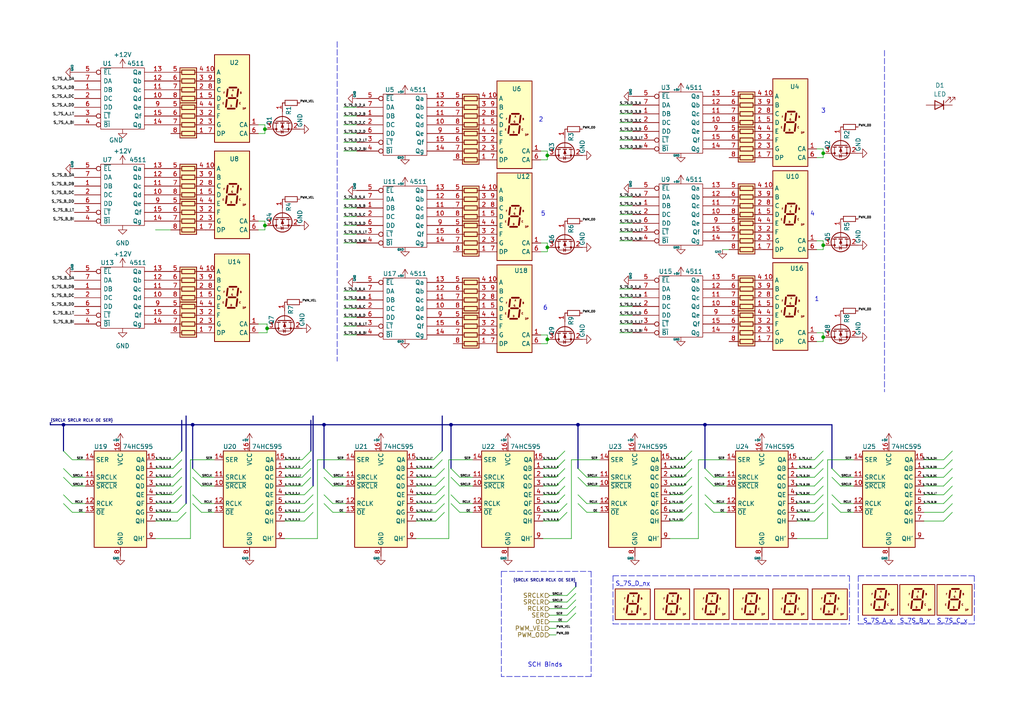
<source format=kicad_sch>
(kicad_sch (version 20210621) (generator eeschema)
  (paper "A4")
  (junction (at 76.835 37.465) (diameter 0.9144))
  (junction (at 76.835 65.405) (diameter 0.9144))
  (junction (at 77.47 95.25) (diameter 0.9144))
  (junction (at 158.75 45.085) (diameter 0.9144))
  (junction (at 158.75 71.755) (diameter 0.9144))
  (junction (at 158.75 98.425) (diameter 0.9144))
  (junction (at 238.76 44.45) (diameter 0.9144))
  (junction (at 238.76 71.12) (diameter 0.9144))
  (junction (at 238.76 97.79) (diameter 0.9144))
  (junction (at 18.415 123.19) (diameter 0.9144))
  (junction (at 55.88 123.19) (diameter 0.9144))
  (junction (at 93.98 123.19) (diameter 0.9144))
  (junction (at 130.81 123.19) (diameter 0.9144))
  (junction (at 167.64 123.19) (diameter 0.9144))
  (junction (at 204.47 123.19) (diameter 0.9144))
  (bus_entry (at 18.415 130.81) (size 2.54 2.54) (stroke (width 0.1524)))
  (bus_entry (at 18.415 135.89) (size 2.54 2.54) (stroke (width 0.1524)))
  (bus_entry (at 18.415 138.43) (size 2.54 2.54) (stroke (width 0.1524)))
  (bus_entry (at 18.415 143.51) (size 2.54 2.54) (stroke (width 0.1524)))
  (bus_entry (at 18.415 146.05) (size 2.54 2.54) (stroke (width 0.1524)))
  (bus_entry (at 52.705 130.81) (size -2.54 2.54) (stroke (width 0.1524)))
  (bus_entry (at 52.705 133.35) (size -2.54 2.54) (stroke (width 0.1524)))
  (bus_entry (at 52.705 135.89) (size -2.54 2.54) (stroke (width 0.1524)))
  (bus_entry (at 52.705 138.43) (size -2.54 2.54) (stroke (width 0.1524)))
  (bus_entry (at 52.705 140.97) (size -2.54 2.54) (stroke (width 0.1524)))
  (bus_entry (at 52.705 143.51) (size -2.54 2.54) (stroke (width 0.1524)))
  (bus_entry (at 53.975 146.05) (size -2.54 2.54) (stroke (width 0.1524)))
  (bus_entry (at 53.975 148.59) (size -2.54 2.54) (stroke (width 0.1524)))
  (bus_entry (at 55.88 135.89) (size 2.54 2.54) (stroke (width 0.1524)))
  (bus_entry (at 55.88 138.43) (size 2.54 2.54) (stroke (width 0.1524)))
  (bus_entry (at 55.88 143.51) (size 2.54 2.54) (stroke (width 0.1524)))
  (bus_entry (at 55.88 146.05) (size 2.54 2.54) (stroke (width 0.1524)))
  (bus_entry (at 90.17 130.81) (size -2.54 2.54) (stroke (width 0.1524)))
  (bus_entry (at 90.17 133.35) (size -2.54 2.54) (stroke (width 0.1524)))
  (bus_entry (at 90.17 135.89) (size -2.54 2.54) (stroke (width 0.1524)))
  (bus_entry (at 90.17 138.43) (size -2.54 2.54) (stroke (width 0.1524)))
  (bus_entry (at 90.805 140.97) (size -2.54 2.54) (stroke (width 0.1524)))
  (bus_entry (at 90.805 143.51) (size -2.54 2.54) (stroke (width 0.1524)))
  (bus_entry (at 90.805 146.05) (size -2.54 2.54) (stroke (width 0.1524)))
  (bus_entry (at 90.805 148.59) (size -2.54 2.54) (stroke (width 0.1524)))
  (bus_entry (at 93.98 135.89) (size 2.54 2.54) (stroke (width 0.1524)))
  (bus_entry (at 93.98 138.43) (size 2.54 2.54) (stroke (width 0.1524)))
  (bus_entry (at 93.98 143.51) (size 2.54 2.54) (stroke (width 0.1524)))
  (bus_entry (at 93.98 146.05) (size 2.54 2.54) (stroke (width 0.1524)))
  (bus_entry (at 128.27 130.81) (size -2.54 2.54) (stroke (width 0.1524)))
  (bus_entry (at 128.27 133.35) (size -2.54 2.54) (stroke (width 0.1524)))
  (bus_entry (at 128.905 135.89) (size -2.54 2.54) (stroke (width 0.1524)))
  (bus_entry (at 128.905 138.43) (size -2.54 2.54) (stroke (width 0.1524)))
  (bus_entry (at 128.905 140.97) (size -2.54 2.54) (stroke (width 0.1524)))
  (bus_entry (at 128.905 143.51) (size -2.54 2.54) (stroke (width 0.1524)))
  (bus_entry (at 128.905 146.05) (size -2.54 2.54) (stroke (width 0.1524)))
  (bus_entry (at 128.905 148.59) (size -2.54 2.54) (stroke (width 0.1524)))
  (bus_entry (at 130.81 135.89) (size 2.54 2.54) (stroke (width 0.1524)))
  (bus_entry (at 130.81 138.43) (size 2.54 2.54) (stroke (width 0.1524)))
  (bus_entry (at 130.81 143.51) (size 2.54 2.54) (stroke (width 0.1524)))
  (bus_entry (at 130.81 146.05) (size 2.54 2.54) (stroke (width 0.1524)))
  (bus_entry (at 163.83 130.81) (size -2.54 2.54) (stroke (width 0.1524)))
  (bus_entry (at 163.83 133.35) (size -2.54 2.54) (stroke (width 0.1524)))
  (bus_entry (at 163.83 135.89) (size -2.54 2.54) (stroke (width 0.1524)))
  (bus_entry (at 163.83 138.43) (size -2.54 2.54) (stroke (width 0.1524)))
  (bus_entry (at 163.83 140.97) (size -2.54 2.54) (stroke (width 0.1524)))
  (bus_entry (at 163.83 143.51) (size -2.54 2.54) (stroke (width 0.1524)))
  (bus_entry (at 164.465 146.05) (size -2.54 2.54) (stroke (width 0.1524)))
  (bus_entry (at 164.465 148.59) (size -2.54 2.54) (stroke (width 0.1524)))
  (bus_entry (at 164.465 172.72) (size 2.54 -2.54) (stroke (width 0.1524)))
  (bus_entry (at 164.465 174.625) (size 2.54 -2.54) (stroke (width 0.1524)))
  (bus_entry (at 164.465 176.53) (size 2.54 -2.54) (stroke (width 0.1524)))
  (bus_entry (at 164.465 178.435) (size 2.54 -2.54) (stroke (width 0.1524)))
  (bus_entry (at 164.465 180.34) (size 2.54 -2.54) (stroke (width 0.1524)))
  (bus_entry (at 167.64 135.89) (size 2.54 2.54) (stroke (width 0.1524)))
  (bus_entry (at 167.64 138.43) (size 2.54 2.54) (stroke (width 0.1524)))
  (bus_entry (at 167.64 143.51) (size 2.54 2.54) (stroke (width 0.1524)))
  (bus_entry (at 167.64 146.05) (size 2.54 2.54) (stroke (width 0.1524)))
  (bus_entry (at 200.66 130.81) (size -2.54 2.54) (stroke (width 0.1524)))
  (bus_entry (at 200.66 133.35) (size -2.54 2.54) (stroke (width 0.1524)))
  (bus_entry (at 200.66 135.89) (size -2.54 2.54) (stroke (width 0.1524)))
  (bus_entry (at 200.66 138.43) (size -2.54 2.54) (stroke (width 0.1524)))
  (bus_entry (at 200.66 140.97) (size -2.54 2.54) (stroke (width 0.1524)))
  (bus_entry (at 200.66 143.51) (size -2.54 2.54) (stroke (width 0.1524)))
  (bus_entry (at 200.66 146.05) (size -2.54 2.54) (stroke (width 0.1524)))
  (bus_entry (at 200.66 148.59) (size -2.54 2.54) (stroke (width 0.1524)))
  (bus_entry (at 204.47 135.89) (size 2.54 2.54) (stroke (width 0.1524)))
  (bus_entry (at 204.47 138.43) (size 2.54 2.54) (stroke (width 0.1524)))
  (bus_entry (at 204.47 143.51) (size 2.54 2.54) (stroke (width 0.1524)))
  (bus_entry (at 204.47 146.05) (size 2.54 2.54) (stroke (width 0.1524)))
  (bus_entry (at 238.76 130.81) (size -2.54 2.54) (stroke (width 0.1524)))
  (bus_entry (at 238.76 133.35) (size -2.54 2.54) (stroke (width 0.1524)))
  (bus_entry (at 238.76 135.89) (size -2.54 2.54) (stroke (width 0.1524)))
  (bus_entry (at 238.76 138.43) (size -2.54 2.54) (stroke (width 0.1524)))
  (bus_entry (at 238.76 140.97) (size -2.54 2.54) (stroke (width 0.1524)))
  (bus_entry (at 238.76 143.51) (size -2.54 2.54) (stroke (width 0.1524)))
  (bus_entry (at 238.76 146.05) (size -2.54 2.54) (stroke (width 0.1524)))
  (bus_entry (at 238.76 148.59) (size -2.54 2.54) (stroke (width 0.1524)))
  (bus_entry (at 241.3 135.89) (size 2.54 2.54) (stroke (width 0.1524)))
  (bus_entry (at 241.3 138.43) (size 2.54 2.54) (stroke (width 0.1524)))
  (bus_entry (at 241.3 143.51) (size 2.54 2.54) (stroke (width 0.1524)))
  (bus_entry (at 241.3 146.05) (size 2.54 2.54) (stroke (width 0.1524)))
  (bus_entry (at 276.225 130.81) (size -2.54 2.54) (stroke (width 0.1524)))
  (bus_entry (at 276.225 133.35) (size -2.54 2.54) (stroke (width 0.1524)))
  (bus_entry (at 276.225 135.89) (size -2.54 2.54) (stroke (width 0.1524)))
  (bus_entry (at 276.225 138.43) (size -2.54 2.54) (stroke (width 0.1524)))
  (bus_entry (at 276.225 140.97) (size -2.54 2.54) (stroke (width 0.1524)))
  (bus_entry (at 276.225 143.51) (size -2.54 2.54) (stroke (width 0.1524)))
  (bus_entry (at 276.225 146.05) (size -2.54 2.54) (stroke (width 0.1524)))
  (bus_entry (at 276.225 148.59) (size -2.54 2.54) (stroke (width 0.1524)))
  (wire (pts (xy 20.955 133.35) (xy 24.765 133.35)))
  (wire (pts (xy 20.955 138.43) (xy 24.765 138.43)))
  (wire (pts (xy 20.955 140.97) (xy 24.765 140.97)))
  (wire (pts (xy 20.955 146.05) (xy 24.765 146.05)))
  (wire (pts (xy 20.955 148.59) (xy 24.765 148.59)))
  (wire (pts (xy 45.085 66.675) (xy 49.53 66.675)))
  (wire (pts (xy 45.085 133.35) (xy 50.165 133.35)))
  (wire (pts (xy 45.085 135.89) (xy 50.165 135.89)))
  (wire (pts (xy 45.085 138.43) (xy 50.165 138.43)))
  (wire (pts (xy 45.085 140.97) (xy 50.165 140.97)))
  (wire (pts (xy 45.085 143.51) (xy 50.165 143.51)))
  (wire (pts (xy 45.085 146.05) (xy 50.165 146.05)))
  (wire (pts (xy 45.085 148.59) (xy 51.435 148.59)))
  (wire (pts (xy 45.085 151.13) (xy 51.435 151.13)))
  (wire (pts (xy 45.085 156.21) (xy 55.245 156.21)))
  (wire (pts (xy 55.245 133.35) (xy 62.23 133.35)))
  (wire (pts (xy 55.245 156.21) (xy 55.245 133.35)))
  (wire (pts (xy 58.42 138.43) (xy 62.23 138.43)))
  (wire (pts (xy 58.42 140.97) (xy 62.23 140.97)))
  (wire (pts (xy 58.42 146.05) (xy 62.23 146.05)))
  (wire (pts (xy 58.42 148.59) (xy 62.23 148.59)))
  (wire (pts (xy 74.93 36.195) (xy 76.835 36.195)))
  (wire (pts (xy 74.93 38.735) (xy 76.835 38.735)))
  (wire (pts (xy 74.93 66.675) (xy 76.835 66.675)))
  (wire (pts (xy 74.93 93.98) (xy 77.47 93.98)))
  (wire (pts (xy 76.835 37.465) (xy 76.835 36.195)))
  (wire (pts (xy 76.835 38.735) (xy 76.835 37.465)))
  (wire (pts (xy 76.835 64.135) (xy 74.93 64.135)))
  (wire (pts (xy 76.835 65.405) (xy 76.835 64.135)))
  (wire (pts (xy 76.835 66.675) (xy 76.835 65.405)))
  (wire (pts (xy 77.47 93.98) (xy 77.47 95.25)))
  (wire (pts (xy 77.47 95.25) (xy 77.47 96.52)))
  (wire (pts (xy 77.47 96.52) (xy 74.93 96.52)))
  (wire (pts (xy 82.55 133.35) (xy 87.63 133.35)))
  (wire (pts (xy 82.55 135.89) (xy 87.63 135.89)))
  (wire (pts (xy 82.55 138.43) (xy 87.63 138.43)))
  (wire (pts (xy 82.55 140.97) (xy 87.63 140.97)))
  (wire (pts (xy 82.55 143.51) (xy 88.265 143.51)))
  (wire (pts (xy 82.55 146.05) (xy 88.265 146.05)))
  (wire (pts (xy 82.55 148.59) (xy 88.265 148.59)))
  (wire (pts (xy 82.55 151.13) (xy 88.265 151.13)))
  (wire (pts (xy 82.55 156.21) (xy 92.075 156.21)))
  (wire (pts (xy 92.075 133.35) (xy 100.33 133.35)))
  (wire (pts (xy 92.075 156.21) (xy 92.075 133.35)))
  (wire (pts (xy 96.52 138.43) (xy 100.33 138.43)))
  (wire (pts (xy 96.52 140.97) (xy 100.33 140.97)))
  (wire (pts (xy 96.52 146.05) (xy 100.33 146.05)))
  (wire (pts (xy 96.52 148.59) (xy 100.33 148.59)))
  (wire (pts (xy 99.695 31.115) (xy 103.505 31.115)))
  (wire (pts (xy 99.695 33.655) (xy 103.505 33.655)))
  (wire (pts (xy 99.695 36.195) (xy 103.505 36.195)))
  (wire (pts (xy 99.695 38.735) (xy 103.505 38.735)))
  (wire (pts (xy 99.695 41.275) (xy 103.505 41.275)))
  (wire (pts (xy 99.695 43.815) (xy 103.505 43.815)))
  (wire (pts (xy 99.695 57.785) (xy 103.505 57.785)))
  (wire (pts (xy 99.695 60.325) (xy 103.505 60.325)))
  (wire (pts (xy 99.695 62.865) (xy 103.505 62.865)))
  (wire (pts (xy 99.695 65.405) (xy 103.505 65.405)))
  (wire (pts (xy 99.695 67.945) (xy 103.505 67.945)))
  (wire (pts (xy 99.695 70.485) (xy 103.505 70.485)))
  (wire (pts (xy 99.695 84.455) (xy 103.505 84.455)))
  (wire (pts (xy 99.695 86.995) (xy 103.505 86.995)))
  (wire (pts (xy 99.695 89.535) (xy 103.505 89.535)))
  (wire (pts (xy 99.695 92.075) (xy 103.505 92.075)))
  (wire (pts (xy 99.695 94.615) (xy 103.505 94.615)))
  (wire (pts (xy 99.695 97.155) (xy 103.505 97.155)))
  (wire (pts (xy 120.65 133.35) (xy 125.73 133.35)))
  (wire (pts (xy 120.65 135.89) (xy 125.73 135.89)))
  (wire (pts (xy 120.65 138.43) (xy 126.365 138.43)))
  (wire (pts (xy 120.65 140.97) (xy 126.365 140.97)))
  (wire (pts (xy 120.65 143.51) (xy 126.365 143.51)))
  (wire (pts (xy 120.65 146.05) (xy 126.365 146.05)))
  (wire (pts (xy 120.65 148.59) (xy 126.365 148.59)))
  (wire (pts (xy 120.65 151.13) (xy 126.365 151.13)))
  (wire (pts (xy 120.65 156.21) (xy 130.175 156.21)))
  (wire (pts (xy 130.175 133.35) (xy 137.16 133.35)))
  (wire (pts (xy 130.175 156.21) (xy 130.175 133.35)))
  (wire (pts (xy 133.35 138.43) (xy 137.16 138.43)))
  (wire (pts (xy 133.35 140.97) (xy 137.16 140.97)))
  (wire (pts (xy 133.35 146.05) (xy 137.16 146.05)))
  (wire (pts (xy 133.35 148.59) (xy 137.16 148.59)))
  (wire (pts (xy 156.845 43.815) (xy 158.75 43.815)))
  (wire (pts (xy 156.845 46.355) (xy 158.75 46.355)))
  (wire (pts (xy 156.845 70.485) (xy 158.75 70.485)))
  (wire (pts (xy 156.845 73.025) (xy 158.75 73.025)))
  (wire (pts (xy 156.845 97.155) (xy 158.75 97.155)))
  (wire (pts (xy 156.845 99.695) (xy 158.75 99.695)))
  (wire (pts (xy 157.48 148.59) (xy 161.925 148.59)))
  (wire (pts (xy 157.48 151.13) (xy 161.925 151.13)))
  (wire (pts (xy 157.48 156.21) (xy 165.735 156.21)))
  (wire (pts (xy 158.75 45.085) (xy 158.75 43.815)))
  (wire (pts (xy 158.75 46.355) (xy 158.75 45.085)))
  (wire (pts (xy 158.75 71.755) (xy 158.75 70.485)))
  (wire (pts (xy 158.75 73.025) (xy 158.75 71.755)))
  (wire (pts (xy 158.75 98.425) (xy 158.75 97.155)))
  (wire (pts (xy 158.75 99.695) (xy 158.75 98.425)))
  (wire (pts (xy 159.385 172.72) (xy 164.465 172.72)))
  (wire (pts (xy 159.385 174.625) (xy 164.465 174.625)))
  (wire (pts (xy 159.385 176.53) (xy 164.465 176.53)))
  (wire (pts (xy 159.385 178.435) (xy 164.465 178.435)))
  (wire (pts (xy 159.385 180.34) (xy 164.465 180.34)))
  (wire (pts (xy 159.385 182.245) (xy 161.29 182.245)))
  (wire (pts (xy 159.385 184.15) (xy 161.29 184.15)))
  (wire (pts (xy 161.29 133.35) (xy 157.48 133.35)))
  (wire (pts (xy 161.29 135.89) (xy 157.48 135.89)))
  (wire (pts (xy 161.29 138.43) (xy 157.48 138.43)))
  (wire (pts (xy 161.29 140.97) (xy 157.48 140.97)))
  (wire (pts (xy 161.29 143.51) (xy 157.48 143.51)))
  (wire (pts (xy 161.29 146.05) (xy 157.48 146.05)))
  (wire (pts (xy 165.735 133.35) (xy 173.99 133.35)))
  (wire (pts (xy 165.735 156.21) (xy 165.735 133.35)))
  (wire (pts (xy 170.18 138.43) (xy 173.99 138.43)))
  (wire (pts (xy 170.18 140.97) (xy 173.99 140.97)))
  (wire (pts (xy 170.18 146.05) (xy 173.99 146.05)))
  (wire (pts (xy 170.18 148.59) (xy 173.99 148.59)))
  (wire (pts (xy 179.705 30.48) (xy 183.515 30.48)))
  (wire (pts (xy 179.705 33.02) (xy 183.515 33.02)))
  (wire (pts (xy 179.705 35.56) (xy 183.515 35.56)))
  (wire (pts (xy 179.705 38.1) (xy 183.515 38.1)))
  (wire (pts (xy 179.705 40.64) (xy 183.515 40.64)))
  (wire (pts (xy 179.705 43.18) (xy 183.515 43.18)))
  (wire (pts (xy 179.705 57.15) (xy 183.515 57.15)))
  (wire (pts (xy 179.705 59.69) (xy 183.515 59.69)))
  (wire (pts (xy 179.705 62.23) (xy 183.515 62.23)))
  (wire (pts (xy 179.705 64.77) (xy 183.515 64.77)))
  (wire (pts (xy 179.705 67.31) (xy 183.515 67.31)))
  (wire (pts (xy 179.705 69.85) (xy 183.515 69.85)))
  (wire (pts (xy 179.705 83.82) (xy 183.515 83.82)))
  (wire (pts (xy 179.705 86.36) (xy 183.515 86.36)))
  (wire (pts (xy 179.705 88.9) (xy 183.515 88.9)))
  (wire (pts (xy 179.705 91.44) (xy 183.515 91.44)))
  (wire (pts (xy 179.705 93.98) (xy 183.515 93.98)))
  (wire (pts (xy 179.705 96.52) (xy 183.515 96.52)))
  (wire (pts (xy 194.31 156.21) (xy 202.565 156.21)))
  (wire (pts (xy 198.12 133.35) (xy 194.31 133.35)))
  (wire (pts (xy 198.12 135.89) (xy 194.31 135.89)))
  (wire (pts (xy 198.12 138.43) (xy 194.31 138.43)))
  (wire (pts (xy 198.12 140.97) (xy 194.31 140.97)))
  (wire (pts (xy 198.12 143.51) (xy 194.31 143.51)))
  (wire (pts (xy 198.12 146.05) (xy 194.31 146.05)))
  (wire (pts (xy 198.12 148.59) (xy 194.31 148.59)))
  (wire (pts (xy 198.12 151.13) (xy 194.31 151.13)))
  (wire (pts (xy 202.565 133.35) (xy 210.82 133.35)))
  (wire (pts (xy 202.565 156.21) (xy 202.565 133.35)))
  (wire (pts (xy 207.01 138.43) (xy 210.82 138.43)))
  (wire (pts (xy 207.01 140.97) (xy 210.82 140.97)))
  (wire (pts (xy 207.01 146.05) (xy 210.82 146.05)))
  (wire (pts (xy 207.01 148.59) (xy 210.82 148.59)))
  (wire (pts (xy 209.55 72.39) (xy 211.455 72.39)))
  (wire (pts (xy 231.14 133.35) (xy 236.22 133.35)))
  (wire (pts (xy 231.14 135.89) (xy 236.22 135.89)))
  (wire (pts (xy 231.14 138.43) (xy 236.22 138.43)))
  (wire (pts (xy 231.14 140.97) (xy 236.22 140.97)))
  (wire (pts (xy 231.14 143.51) (xy 236.22 143.51)))
  (wire (pts (xy 231.14 146.05) (xy 236.22 146.05)))
  (wire (pts (xy 231.14 148.59) (xy 236.22 148.59)))
  (wire (pts (xy 231.14 151.13) (xy 236.22 151.13)))
  (wire (pts (xy 231.14 156.21) (xy 240.03 156.21)))
  (wire (pts (xy 236.855 43.18) (xy 238.76 43.18)))
  (wire (pts (xy 236.855 45.72) (xy 238.76 45.72)))
  (wire (pts (xy 236.855 69.85) (xy 238.76 69.85)))
  (wire (pts (xy 236.855 72.39) (xy 238.76 72.39)))
  (wire (pts (xy 236.855 96.52) (xy 238.76 96.52)))
  (wire (pts (xy 236.855 99.06) (xy 238.76 99.06)))
  (wire (pts (xy 238.76 44.45) (xy 238.76 43.18)))
  (wire (pts (xy 238.76 45.72) (xy 238.76 44.45)))
  (wire (pts (xy 238.76 71.12) (xy 238.76 69.85)))
  (wire (pts (xy 238.76 72.39) (xy 238.76 71.12)))
  (wire (pts (xy 238.76 97.79) (xy 238.76 96.52)))
  (wire (pts (xy 238.76 99.06) (xy 238.76 97.79)))
  (wire (pts (xy 240.03 133.35) (xy 240.03 156.21)))
  (wire (pts (xy 240.03 133.35) (xy 247.65 133.35)))
  (wire (pts (xy 243.84 138.43) (xy 247.65 138.43)))
  (wire (pts (xy 243.84 140.97) (xy 247.65 140.97)))
  (wire (pts (xy 243.84 146.05) (xy 247.65 146.05)))
  (wire (pts (xy 243.84 148.59) (xy 247.65 148.59)))
  (wire (pts (xy 267.97 133.35) (xy 273.685 133.35)))
  (wire (pts (xy 267.97 135.89) (xy 273.685 135.89)))
  (wire (pts (xy 267.97 138.43) (xy 273.685 138.43)))
  (wire (pts (xy 267.97 140.97) (xy 273.685 140.97)))
  (wire (pts (xy 267.97 143.51) (xy 273.685 143.51)))
  (wire (pts (xy 267.97 146.05) (xy 273.685 146.05)))
  (wire (pts (xy 267.97 148.59) (xy 273.685 148.59)))
  (wire (pts (xy 267.97 151.13) (xy 273.685 151.13)))
  (bus (pts (xy 14.605 122.555) (xy 14.605 123.19)))
  (bus (pts (xy 14.605 123.19) (xy 18.415 123.19)))
  (bus (pts (xy 18.415 123.19) (xy 18.415 146.05)))
  (bus (pts (xy 18.415 123.19) (xy 55.88 123.19)))
  (bus (pts (xy 52.705 121.92) (xy 52.705 143.51)))
  (bus (pts (xy 53.975 120.65) (xy 53.975 148.59)))
  (bus (pts (xy 55.88 123.19) (xy 55.88 146.05)))
  (bus (pts (xy 55.88 123.19) (xy 93.98 123.19)))
  (bus (pts (xy 90.17 121.92) (xy 90.17 138.43)))
  (bus (pts (xy 90.805 120.65) (xy 90.805 148.59)))
  (bus (pts (xy 93.98 123.19) (xy 93.98 146.05)))
  (bus (pts (xy 93.98 123.19) (xy 130.81 123.19)))
  (bus (pts (xy 128.27 120.65) (xy 128.27 133.35)))
  (bus (pts (xy 130.81 123.19) (xy 130.81 146.05)))
  (bus (pts (xy 130.81 123.19) (xy 167.64 123.19)))
  (bus (pts (xy 167.005 168.91) (xy 167.005 177.8)))
  (bus (pts (xy 167.64 123.19) (xy 167.64 146.05)))
  (bus (pts (xy 167.64 123.19) (xy 204.47 123.19)))
  (bus (pts (xy 204.47 123.19) (xy 204.47 146.05)))
  (bus (pts (xy 204.47 123.19) (xy 241.3 123.19)))
  (bus (pts (xy 241.3 123.19) (xy 241.3 146.05)))
  (polyline (pts (xy 97.79 12.065) (xy 97.79 104.775)) (stroke (width 0) (type dash)))
  (polyline (pts (xy 145.415 165.735) (xy 145.415 196.215)) (stroke (width 0) (type dash)))
  (polyline (pts (xy 145.415 165.735) (xy 171.45 165.735)) (stroke (width 0) (type dash)))
  (polyline (pts (xy 171.45 165.735) (xy 171.45 196.215)) (stroke (width 0) (type dash)))
  (polyline (pts (xy 171.45 196.215) (xy 145.415 196.215)) (stroke (width 0) (type dash)))
  (polyline (pts (xy 177.8 167.005) (xy 177.8 180.975)) (stroke (width 0) (type dash)))
  (polyline (pts (xy 177.8 167.005) (xy 196.85 167.005)) (stroke (width 0) (type dash)))
  (polyline (pts (xy 177.8 180.975) (xy 220.98 180.975)) (stroke (width 0) (type dash)))
  (polyline (pts (xy 196.85 167.005) (xy 234.315 167.005)) (stroke (width 0) (type dash)))
  (polyline (pts (xy 220.98 180.975) (xy 246.38 180.975)) (stroke (width 0) (type dash)))
  (polyline (pts (xy 234.315 167.005) (xy 246.38 167.005)) (stroke (width 0) (type dash)))
  (polyline (pts (xy 246.38 167.005) (xy 246.38 180.975)) (stroke (width 0) (type dash)))
  (polyline (pts (xy 248.92 167.005) (xy 248.92 180.975)) (stroke (width 0) (type dash)))
  (polyline (pts (xy 248.92 167.005) (xy 282.575 167.005)) (stroke (width 0) (type dash)))
  (polyline (pts (xy 256.54 14.605) (xy 256.54 113.665)) (stroke (width 0) (type dash)))
  (polyline (pts (xy 282.575 167.005) (xy 282.575 180.975)) (stroke (width 0) (type dash)))
  (polyline (pts (xy 282.575 180.975) (xy 248.92 180.975)) (stroke (width 0) (type dash)))
  (text "2" (at 156.21 35.56 0) (effects (font (size 1.27 1.27)) (justify left bottom)))
  (text "5" (at 156.845 62.865 0) (effects (font (size 1.27 1.27)) (justify left bottom)))
  (text "6" (at 157.48 90.17 0) (effects (font (size 1.27 1.27)) (justify left bottom)))
  (text "SCH Binds" (at 163.195 193.675 180) (effects (font (size 1.27 1.27)) (justify right bottom)))
  (text "S_7S_D_n_{X}" (at 188.595 170.18 180) (effects (font (size 1.27 1.27)) (justify right bottom)))
  (text "4" (at 234.95 62.865 0) (effects (font (size 1.27 1.27)) (justify left bottom)))
  (text "1" (at 236.22 87.63 0) (effects (font (size 1.27 1.27)) (justify left bottom)))
  (text "3" (at 238.125 33.02 0) (effects (font (size 1.27 1.27)) (justify left bottom)))
  (text "S_7S_A__{X}" (at 259.08 180.975 180) (effects (font (size 1.27 1.27)) (justify right bottom)))
  (text "S_7S_B__{X}" (at 269.875 180.975 180) (effects (font (size 1.27 1.27)) (justify right bottom)))
  (text "S_7S_C__{X}" (at 280.67 180.975 180) (effects (font (size 1.27 1.27)) (justify right bottom)))
  (label "{SRCLK SRCLR RCLK OE SER}" (at 14.605 122.555 0) (effects (font (size 0.8 0.8))))
  (label "S_7S_A_DA" (at 21.59 23.495 180) (effects (font (size 0.8 0.8))))
  (label "S_7S_A_DB" (at 21.59 26.035 180) (effects (font (size 0.8 0.8))))
  (label "S_7S_A_DC" (at 21.59 28.575 180) (effects (font (size 0.8 0.8))))
  (label "S_7S_A_DD" (at 21.59 31.115 180) (effects (font (size 0.8 0.8))))
  (label "S_7S_A_LT" (at 21.59 33.655 180) (effects (font (size 0.8 0.8))))
  (label "S_7S_A_BI" (at 21.59 36.195 180) (effects (font (size 0.8 0.8))))
  (label "S_7S_B_DA" (at 21.59 51.435 180) (effects (font (size 0.8 0.8))))
  (label "S_7S_B_DB" (at 21.59 53.975 180) (effects (font (size 0.8 0.8))))
  (label "S_7S_B_DC" (at 21.59 56.515 180) (effects (font (size 0.8 0.8))))
  (label "S_7S_B_DD" (at 21.59 59.055 180) (effects (font (size 0.8 0.8))))
  (label "S_7S_B_LT" (at 21.59 61.595 180) (effects (font (size 0.8 0.8))))
  (label "S_7S_B_BI" (at 21.59 64.135 180) (effects (font (size 0.8 0.8))))
  (label "S_7S_B_DA" (at 21.59 81.28 180) (effects (font (size 0.8 0.8))))
  (label "S_7S_B_DB" (at 21.59 83.82 180) (effects (font (size 0.8 0.8))))
  (label "S_7S_B_DC" (at 21.59 86.36 180) (effects (font (size 0.8 0.8))))
  (label "S_7S_B_DD" (at 21.59 88.9 180) (effects (font (size 0.8 0.8))))
  (label "S_7S_B_LT" (at 21.59 91.44 180) (effects (font (size 0.8 0.8))))
  (label "S_7S_B_BI" (at 21.59 93.98 180) (effects (font (size 0.8 0.8))))
  (label "SER" (at 24.13 133.35 180) (effects (font (size 0.6 0.6))))
  (label "SRCLK" (at 24.13 138.43 180) (effects (font (size 0.6 0.6))))
  (label "SRCLR" (at 24.13 140.97 180) (effects (font (size 0.6 0.6))))
  (label "RCLK" (at 24.13 146.05 180) (effects (font (size 0.6 0.6))))
  (label "OE" (at 24.13 148.59 180) (effects (font (size 0.6 0.6))))
  (label "S_7S_D_1_A" (at 45.085 133.35 0) (effects (font (size 0.5 0.5))))
  (label "S_7S_D_1_B" (at 45.085 135.89 0) (effects (font (size 0.5 0.5))))
  (label "S_7S_D_1_C" (at 45.085 138.43 0) (effects (font (size 0.5 0.5))))
  (label "S_7S_D_1_D" (at 45.085 140.97 0) (effects (font (size 0.5 0.5))))
  (label "S_7S_D_1_LT" (at 45.085 143.51 0) (effects (font (size 0.5 0.5))))
  (label "S_7S_D_1_BI" (at 45.085 146.05 0) (effects (font (size 0.5 0.5))))
  (label "S_7S_D_2_A" (at 45.085 148.59 0) (effects (font (size 0.5 0.5))))
  (label "S_7S_D_2_B" (at 45.085 151.13 0) (effects (font (size 0.5 0.5))))
  (label "SER" (at 61.595 133.35 180) (effects (font (size 0.6 0.6))))
  (label "SRCLK" (at 61.595 138.43 180) (effects (font (size 0.6 0.6))))
  (label "SRCLR" (at 61.595 140.97 180) (effects (font (size 0.6 0.6))))
  (label "RCLK" (at 61.595 146.05 180) (effects (font (size 0.6 0.6))))
  (label "OE" (at 61.595 148.59 180) (effects (font (size 0.6 0.6))))
  (label "S_7S_D_2_C" (at 82.55 133.35 0) (effects (font (size 0.5 0.5))))
  (label "S_7S_D_2_D" (at 82.55 135.89 0) (effects (font (size 0.5 0.5))))
  (label "S_7S_D_2_LT" (at 82.55 138.43 0) (effects (font (size 0.5 0.5))))
  (label "S_7S_D_2_BI" (at 82.55 140.97 0) (effects (font (size 0.5 0.5))))
  (label "S_7S_D_3_A" (at 82.55 143.51 0) (effects (font (size 0.5 0.5))))
  (label "S_7S_D_3_B" (at 82.55 146.05 0) (effects (font (size 0.5 0.5))))
  (label "S_7S_D_3_C" (at 82.55 148.59 0) (effects (font (size 0.5 0.5))))
  (label "S_7S_D_3_D" (at 82.55 151.13 0) (effects (font (size 0.5 0.5))))
  (label "PWM_VEL" (at 86.995 29.845 0) (effects (font (size 0.6 0.6))))
  (label "PWM_VEL" (at 86.995 57.785 0) (effects (font (size 0.6 0.6))))
  (label "PWM_VEL" (at 87.63 87.63 0) (effects (font (size 0.6 0.6))))
  (label "S_7S_D_2_A" (at 99.695 31.115 0) (effects (font (size 0.7 0.7))))
  (label "S_7S_D_2_B" (at 99.695 33.655 0) (effects (font (size 0.7 0.7))))
  (label "S_7S_D_2_C" (at 99.695 36.195 0) (effects (font (size 0.7 0.7))))
  (label "S_7S_D_2_D" (at 99.695 38.735 0) (effects (font (size 0.7 0.7))))
  (label "S_7S_D_2_LT" (at 99.695 41.275 0) (effects (font (size 0.7 0.7))))
  (label "S_7S_D_2_BI" (at 99.695 43.815 0) (effects (font (size 0.7 0.7))))
  (label "S_7S_D_5_A" (at 99.695 57.785 0) (effects (font (size 0.7 0.7))))
  (label "S_7S_D_5_B" (at 99.695 60.325 0) (effects (font (size 0.7 0.7))))
  (label "S_7S_D_5_C" (at 99.695 62.865 0) (effects (font (size 0.7 0.7))))
  (label "S_7S_D_5_D" (at 99.695 65.405 0) (effects (font (size 0.7 0.7))))
  (label "S_7S_D_5_LT" (at 99.695 67.945 0) (effects (font (size 0.7 0.7))))
  (label "S_7S_D_5_BI" (at 99.695 70.485 0) (effects (font (size 0.7 0.7))))
  (label "S_7S_D_6_A" (at 99.695 84.455 0) (effects (font (size 0.7 0.7))))
  (label "S_7S_D_6_B" (at 99.695 86.995 0) (effects (font (size 0.7 0.7))))
  (label "S_7S_D_6_C" (at 99.695 89.535 0) (effects (font (size 0.7 0.7))))
  (label "S_7S_D_6_D" (at 99.695 92.075 0) (effects (font (size 0.7 0.7))))
  (label "S_7S_D_6_LT" (at 99.695 94.615 0) (effects (font (size 0.7 0.7))))
  (label "S_7S_D_6_BI" (at 99.695 97.155 0) (effects (font (size 0.7 0.7))))
  (label "SER" (at 99.695 133.35 180) (effects (font (size 0.6 0.6))))
  (label "SRCLK" (at 99.695 138.43 180) (effects (font (size 0.6 0.6))))
  (label "SRCLR" (at 99.695 140.97 180) (effects (font (size 0.6 0.6))))
  (label "RCLK" (at 99.695 146.05 180) (effects (font (size 0.6 0.6))))
  (label "OE" (at 99.695 148.59 180) (effects (font (size 0.6 0.6))))
  (label "S_7S_D_3_LT" (at 120.65 133.35 0) (effects (font (size 0.5 0.5))))
  (label "S_7S_D_3_BI" (at 120.65 135.89 0) (effects (font (size 0.5 0.5))))
  (label "S_7S_D_4_A" (at 120.65 138.43 0) (effects (font (size 0.5 0.5))))
  (label "S_7S_D_4_B" (at 120.65 140.97 0) (effects (font (size 0.5 0.5))))
  (label "S_7S_D_4_C" (at 120.65 143.51 0) (effects (font (size 0.5 0.5))))
  (label "S_7S_D_4_D" (at 120.65 146.05 0) (effects (font (size 0.5 0.5))))
  (label "S_7S_D_4_LT" (at 120.65 148.59 0) (effects (font (size 0.5 0.5))))
  (label "S_7S_D_4_BI" (at 120.65 151.13 0) (effects (font (size 0.5 0.5))))
  (label "SER" (at 136.525 133.35 180) (effects (font (size 0.6 0.6))))
  (label "SRCLK" (at 136.525 138.43 180) (effects (font (size 0.6 0.6))))
  (label "SRCLR" (at 136.525 140.97 180) (effects (font (size 0.6 0.6))))
  (label "RCLK" (at 136.525 146.05 180) (effects (font (size 0.6 0.6))))
  (label "OE" (at 136.525 148.59 180) (effects (font (size 0.6 0.6))))
  (label "S_7S_D_5_A" (at 157.48 133.35 0) (effects (font (size 0.5 0.5))))
  (label "S_7S_D_5_B" (at 157.48 135.89 0) (effects (font (size 0.5 0.5))))
  (label "S_7S_D_5_C" (at 157.48 138.43 0) (effects (font (size 0.5 0.5))))
  (label "S_7S_D_5_D" (at 157.48 140.97 0) (effects (font (size 0.5 0.5))))
  (label "S_7S_D_5_LT" (at 157.48 143.51 0) (effects (font (size 0.5 0.5))))
  (label "S_7S_D_5_BI" (at 157.48 146.05 0) (effects (font (size 0.5 0.5))))
  (label "S_7S_D_6_A" (at 157.48 148.59 0) (effects (font (size 0.5 0.5))))
  (label "S_7S_D_6_B" (at 157.48 151.13 0) (effects (font (size 0.5 0.5))))
  (label "PWM_VEL" (at 161.29 182.245 0) (effects (font (size 0.6 0.6))))
  (label "PWM_OD" (at 161.29 184.15 0) (effects (font (size 0.6 0.6))))
  (label "SRCLK" (at 163.195 172.72 180) (effects (font (size 0.6 0.6))))
  (label "SRCLR" (at 163.195 174.625 180) (effects (font (size 0.6 0.6))))
  (label "RCLK" (at 163.195 176.53 180) (effects (font (size 0.6 0.6))))
  (label "SER" (at 163.195 178.435 180) (effects (font (size 0.6 0.6))))
  (label "OE" (at 163.195 180.34 180) (effects (font (size 0.6 0.6))))
  (label "{SRCLK SRCLR RCLK OE SER}" (at 167.005 168.91 180) (effects (font (size 0.8 0.8))))
  (label "PWM_OD" (at 168.91 37.465 0) (effects (font (size 0.6 0.6))))
  (label "PWM_OD" (at 168.91 64.135 0) (effects (font (size 0.6 0.6))))
  (label "PWM_OD" (at 168.91 90.805 0) (effects (font (size 0.6 0.6))))
  (label "SER" (at 173.355 133.35 180) (effects (font (size 0.6 0.6))))
  (label "SRCLK" (at 173.355 138.43 180) (effects (font (size 0.6 0.6))))
  (label "SRCLR" (at 173.355 140.97 180) (effects (font (size 0.6 0.6))))
  (label "RCLK" (at 173.355 146.05 180) (effects (font (size 0.6 0.6))))
  (label "OE" (at 173.355 148.59 180) (effects (font (size 0.6 0.6))))
  (label "S_7S_D_3_A" (at 179.705 30.48 0) (effects (font (size 0.7 0.7))))
  (label "S_7S_D_3_B" (at 179.705 33.02 0) (effects (font (size 0.7 0.7))))
  (label "S_7S_D_3_C" (at 179.705 35.56 0) (effects (font (size 0.7 0.7))))
  (label "S_7S_D_3_D" (at 179.705 38.1 0) (effects (font (size 0.7 0.7))))
  (label "S_7S_D_3_LT" (at 179.705 40.64 0) (effects (font (size 0.7 0.7))))
  (label "S_7S_D_3_BI" (at 179.705 43.18 0) (effects (font (size 0.7 0.7))))
  (label "S_7S_D_4_A" (at 179.705 57.15 0) (effects (font (size 0.7 0.7))))
  (label "S_7S_D_4_B" (at 179.705 59.69 0) (effects (font (size 0.7 0.7))))
  (label "S_7S_D_4_C" (at 179.705 62.23 0) (effects (font (size 0.7 0.7))))
  (label "S_7S_D_4_D" (at 179.705 64.77 0) (effects (font (size 0.7 0.7))))
  (label "S_7S_D_4_LT" (at 179.705 67.31 0) (effects (font (size 0.7 0.7))))
  (label "S_7S_D_4_BI" (at 179.705 69.85 0) (effects (font (size 0.7 0.7))))
  (label "S_7S_D_1_A" (at 179.705 83.82 0) (effects (font (size 0.7 0.7))))
  (label "S_7S_D_1_B" (at 179.705 86.36 0) (effects (font (size 0.7 0.7))))
  (label "S_7S_D_1_C" (at 179.705 88.9 0) (effects (font (size 0.7 0.7))))
  (label "S_7S_D_1_D" (at 179.705 91.44 0) (effects (font (size 0.7 0.7))))
  (label "S_7S_D_1_LT" (at 179.705 93.98 0) (effects (font (size 0.7 0.7))))
  (label "S_7S_D_1_BI" (at 179.705 96.52 0) (effects (font (size 0.7 0.7))))
  (label "S_7S_D_6_C" (at 194.31 133.35 0) (effects (font (size 0.5 0.5))))
  (label "S_7S_D_6_D" (at 194.31 135.89 0) (effects (font (size 0.5 0.5))))
  (label "S_7S_D_6_LT" (at 194.31 138.43 0) (effects (font (size 0.5 0.5))))
  (label "S_7S_D_6_BI" (at 194.31 140.97 0) (effects (font (size 0.5 0.5))))
  (label "S_7S_A_DA" (at 198.12 143.51 180) (effects (font (size 0.5 0.5))))
  (label "S_7S_A_DB" (at 198.12 146.05 180) (effects (font (size 0.5 0.5))))
  (label "S_7S_A_DC" (at 198.12 148.59 180) (effects (font (size 0.5 0.5))))
  (label "S_7S_A_DD" (at 198.12 151.13 180) (effects (font (size 0.5 0.5))))
  (label "SER" (at 210.185 133.35 180) (effects (font (size 0.6 0.6))))
  (label "SRCLK" (at 210.185 138.43 180) (effects (font (size 0.6 0.6))))
  (label "SRCLR" (at 210.185 140.97 180) (effects (font (size 0.6 0.6))))
  (label "RCLK" (at 210.185 146.05 180) (effects (font (size 0.6 0.6))))
  (label "OE" (at 210.185 148.59 180) (effects (font (size 0.6 0.6))))
  (label "S_7S_B_DA" (at 234.95 138.43 180) (effects (font (size 0.5 0.5))))
  (label "S_7S_B_DB" (at 234.95 140.97 180) (effects (font (size 0.5 0.5))))
  (label "S_7S_B_DC" (at 234.95 143.51 180) (effects (font (size 0.5 0.5))))
  (label "S_7S_B_DD" (at 234.95 146.05 180) (effects (font (size 0.5 0.5))))
  (label "S_7S_B_LT" (at 234.95 148.59 180) (effects (font (size 0.5 0.5))))
  (label "S_7S_B_BI" (at 234.95 151.13 180) (effects (font (size 0.5 0.5))))
  (label "S_7S_A_LT" (at 235.585 133.35 180) (effects (font (size 0.5 0.5))))
  (label "S_7S_A_BI" (at 235.585 135.89 180) (effects (font (size 0.5 0.5))))
  (label "SER" (at 247.015 133.35 180) (effects (font (size 0.6 0.6))))
  (label "SRCLK" (at 247.015 138.43 180) (effects (font (size 0.6 0.6))))
  (label "SRCLR" (at 247.015 140.97 180) (effects (font (size 0.6 0.6))))
  (label "RCLK" (at 247.015 146.05 180) (effects (font (size 0.6 0.6))))
  (label "OE" (at 247.015 148.59 180) (effects (font (size 0.6 0.6))))
  (label "PWM_OD" (at 248.92 36.83 0) (effects (font (size 0.6 0.6))))
  (label "PWM_OD" (at 248.92 63.5 0) (effects (font (size 0.6 0.6))))
  (label "PWM_OD" (at 248.92 90.17 0) (effects (font (size 0.6 0.6))))
  (label "S_7S_B_DA" (at 271.78 133.35 180) (effects (font (size 0.5 0.5))))
  (label "S_7S_B_DB" (at 271.78 135.89 180) (effects (font (size 0.5 0.5))))
  (label "S_7S_B_DC" (at 271.78 138.43 180) (effects (font (size 0.5 0.5))))
  (label "S_7S_B_DD" (at 271.78 140.97 180) (effects (font (size 0.5 0.5))))
  (label "S_7S_B_LT" (at 271.78 143.51 180) (effects (font (size 0.5 0.5))))
  (label "S_7S_B_BI" (at 271.78 146.05 180) (effects (font (size 0.5 0.5))))
  (hierarchical_label "SRCLK" (shape input) (at 159.385 172.72 180))
  (hierarchical_label "SRCLR" (shape input) (at 159.385 174.625 180))
  (hierarchical_label "RCLK" (shape input) (at 159.385 176.53 180))
  (hierarchical_label "SER" (shape input) (at 159.385 178.435 180))
  (hierarchical_label "OE" (shape input) (at 159.385 180.34 180))
  (hierarchical_label "PWM_VEL" (shape input) (at 159.385 182.245 180))
  (hierarchical_label "PWM_OD" (shape input) (at 159.385 184.15 180))
  (symbol (lib_id "power:+5V") (at 34.925 128.27 0) (unit 1)
    (property "Reference" "#PWR0133" (effects hide))
    (property "Value" "+5V" (at 33.655 127.635 0) (effects (font (size 0.6 0.6))))
  )
  (symbol (lib_id "power:+12V") (at 35.56 19.685 0) (unit 1)
    (property "Reference" "#PWR0135" (effects hide))
    (property "Value" "+12V" (at 35.56 15.875 0))
  )
  (symbol (lib_id "power:+12V") (at 35.56 47.625 0) (unit 1)
    (property "Reference" "#PWR0137" (effects hide))
    (property "Value" "+12V" (at 35.56 43.815 0))
  )
  (symbol (lib_id "power:+12V") (at 35.56 77.47 0) (unit 1)
    (property "Reference" "#PWR0140" (effects hide))
    (property "Value" "+12V" (at 35.56 73.66 0))
  )
  (symbol (lib_id "power:+5V") (at 72.39 128.27 0) (unit 1)
    (property "Reference" "#PWR0105" (effects hide))
    (property "Value" "+5V" (at 71.12 127.635 0) (effects (font (size 0.6 0.6))))
  )
  (symbol (lib_id "power:+5V") (at 110.49 128.27 0) (unit 1)
    (property "Reference" "#PWR0102" (effects hide))
    (property "Value" "+5V" (at 109.22 127.635 0) (effects (font (size 0.6 0.6))))
  )
  (symbol (lib_id "power:+5V") (at 117.475 27.305 0) (unit 1)
    (property "Reference" "#PWR0149" (effects hide))
    (property "Value" "+5V" (at 116.205 26.67 0) (effects (font (size 0.6 0.6))))
  )
  (symbol (lib_id "power:+5V") (at 117.475 53.975 0) (unit 1)
    (property "Reference" "#PWR0147" (effects hide))
    (property "Value" "+5V" (at 116.205 53.34 0) (effects (font (size 0.6 0.6))))
  )
  (symbol (lib_id "power:+5V") (at 117.475 80.645 0) (unit 1)
    (property "Reference" "#PWR0103" (effects hide))
    (property "Value" "+5V" (at 116.205 80.01 0) (effects (font (size 0.6 0.6))))
  )
  (symbol (lib_id "power:+5V") (at 147.32 128.27 0) (unit 1)
    (property "Reference" "#PWR0109" (effects hide))
    (property "Value" "+5V" (at 146.05 127.635 0) (effects (font (size 0.6 0.6))))
  )
  (symbol (lib_id "power:+5V") (at 184.15 128.27 0) (unit 1)
    (property "Reference" "#PWR0114" (effects hide))
    (property "Value" "+5V" (at 182.88 127.635 0) (effects (font (size 0.6 0.6))))
  )
  (symbol (lib_id "power:+5V") (at 197.485 26.67 0) (unit 1)
    (property "Reference" "#PWR0123" (effects hide))
    (property "Value" "+5V" (at 196.215 26.035 0) (effects (font (size 0.6 0.6))))
  )
  (symbol (lib_id "power:+5V") (at 197.485 53.34 0) (unit 1)
    (property "Reference" "#PWR0121" (effects hide))
    (property "Value" "+5V" (at 196.215 52.705 0) (effects (font (size 0.6 0.6))))
  )
  (symbol (lib_id "power:+5V") (at 197.485 80.01 0) (unit 1)
    (property "Reference" "#PWR0118" (effects hide))
    (property "Value" "+5V" (at 196.215 79.375 0) (effects (font (size 0.6 0.6))))
  )
  (symbol (lib_id "power:+5V") (at 220.98 128.27 0) (unit 1)
    (property "Reference" "#PWR0131" (effects hide))
    (property "Value" "+5V" (at 219.71 127.635 0) (effects (font (size 0.6 0.6))))
  )
  (symbol (lib_id "power:+5V") (at 257.81 128.27 0) (unit 1)
    (property "Reference" "#PWR0126" (effects hide))
    (property "Value" "+5V" (at 256.54 127.635 0) (effects (font (size 0.6 0.6))))
  )
  (symbol (lib_id "power:GND") (at 21.59 20.955 270) (unit 1)
    (property "Reference" "#PWR0136" (effects hide))
    (property "Value" "GND" (at 20.955 19.685 0) (effects (font (size 0.6 0.6))))
  )
  (symbol (lib_id "power:GND") (at 21.59 48.895 270) (unit 1)
    (property "Reference" "#PWR0138" (effects hide))
    (property "Value" "GND" (at 20.955 47.625 0) (effects (font (size 0.6 0.6))))
  )
  (symbol (lib_id "power:GND") (at 21.59 78.74 270) (unit 1)
    (property "Reference" "#PWR0141" (effects hide))
    (property "Value" "GND" (at 20.955 77.47 0) (effects (font (size 0.6 0.6))))
  )
  (symbol (lib_id "power:GND") (at 34.925 161.29 0) (unit 1)
    (property "Reference" "#PWR0107" (effects hide))
    (property "Value" "GND" (at 33.655 161.925 0) (effects (font (size 0.6 0.6))))
  )
  (symbol (lib_id "power:GND") (at 35.56 37.465 0) (unit 1)
    (property "Reference" "#PWR0142" (effects hide))
    (property "Value" "GND" (at 33.655 40.64 0))
  )
  (symbol (lib_id "power:GND") (at 35.56 65.405 0) (unit 1)
    (property "Reference" "#PWR0139" (effects hide))
    (property "Value" "GND" (at 35.56 70.485 0))
  )
  (symbol (lib_id "power:GND") (at 35.56 95.25 0) (unit 1)
    (property "Reference" "#PWR0134" (effects hide))
    (property "Value" "GND" (at 35.56 100.33 0))
  )
  (symbol (lib_id "power:GND") (at 72.39 161.29 0) (unit 1)
    (property "Reference" "#PWR0106" (effects hide))
    (property "Value" "GND" (at 71.12 161.925 0) (effects (font (size 0.6 0.6))))
  )
  (symbol (lib_id "power:GND") (at 86.995 37.465 90) (unit 1)
    (property "Reference" "#PWR0148" (effects hide))
    (property "Value" "GND" (at 86.995 34.925 0))
  )
  (symbol (lib_id "power:GND") (at 86.995 65.405 90) (unit 1)
    (property "Reference" "#PWR0143" (effects hide))
    (property "Value" "GND" (at 86.995 62.865 0))
  )
  (symbol (lib_id "power:GND") (at 87.63 95.25 90) (unit 1)
    (property "Reference" "#PWR0144" (effects hide))
    (property "Value" "GND" (at 87.63 92.71 0))
  )
  (symbol (lib_id "power:GND") (at 103.505 28.575 270) (unit 1)
    (property "Reference" "#PWR0150" (effects hide))
    (property "Value" "GND" (at 102.87 27.305 0) (effects (font (size 0.6 0.6))))
  )
  (symbol (lib_id "power:GND") (at 103.505 55.245 270) (unit 1)
    (property "Reference" "#PWR0145" (effects hide))
    (property "Value" "GND" (at 102.87 53.975 0) (effects (font (size 0.6 0.6))))
  )
  (symbol (lib_id "power:GND") (at 103.505 81.915 270) (unit 1)
    (property "Reference" "#PWR0104" (effects hide))
    (property "Value" "GND" (at 102.87 80.645 0) (effects (font (size 0.6 0.6))))
  )
  (symbol (lib_id "power:GND") (at 110.49 161.29 0) (unit 1)
    (property "Reference" "#PWR0108" (effects hide))
    (property "Value" "GND" (at 109.22 161.925 0) (effects (font (size 0.6 0.6))))
  )
  (symbol (lib_id "power:GND") (at 117.475 45.085 0) (unit 1)
    (property "Reference" "#PWR0151" (effects hide))
    (property "Value" "GND" (at 116.205 45.72 0) (effects (font (size 0.6 0.6))))
  )
  (symbol (lib_id "power:GND") (at 117.475 71.755 0) (unit 1)
    (property "Reference" "#PWR0146" (effects hide))
    (property "Value" "GND" (at 116.205 72.39 0) (effects (font (size 0.6 0.6))))
  )
  (symbol (lib_id "power:GND") (at 117.475 98.425 0) (unit 1)
    (property "Reference" "#PWR0101" (effects hide))
    (property "Value" "GND" (at 116.205 99.06 0) (effects (font (size 0.6 0.6))))
  )
  (symbol (lib_id "power:GND") (at 147.32 161.29 0) (unit 1)
    (property "Reference" "#PWR0110" (effects hide))
    (property "Value" "GND" (at 146.05 161.925 0) (effects (font (size 0.6 0.6))))
  )
  (symbol (lib_id "power:GND") (at 168.91 45.085 90) (unit 1)
    (property "Reference" "#PWR0112" (effects hide))
    (property "Value" "GND" (at 168.91 42.545 0))
  )
  (symbol (lib_id "power:GND") (at 168.91 71.755 90) (unit 1)
    (property "Reference" "#PWR0113" (effects hide))
    (property "Value" "GND" (at 168.91 69.215 0))
  )
  (symbol (lib_id "power:GND") (at 168.91 98.425 90) (unit 1)
    (property "Reference" "#PWR0111" (effects hide))
    (property "Value" "GND" (at 168.91 95.885 0))
  )
  (symbol (lib_id "power:GND") (at 183.515 27.94 270) (unit 1)
    (property "Reference" "#PWR0124" (effects hide))
    (property "Value" "GND" (at 182.88 26.67 0) (effects (font (size 0.6 0.6))))
  )
  (symbol (lib_id "power:GND") (at 183.515 54.61 270) (unit 1)
    (property "Reference" "#PWR0122" (effects hide))
    (property "Value" "GND" (at 182.88 53.34 0) (effects (font (size 0.6 0.6))))
  )
  (symbol (lib_id "power:GND") (at 183.515 81.28 270) (unit 1)
    (property "Reference" "#PWR0116" (effects hide))
    (property "Value" "GND" (at 182.88 80.01 0) (effects (font (size 0.6 0.6))))
  )
  (symbol (lib_id "power:GND") (at 184.15 161.29 0) (unit 1)
    (property "Reference" "#PWR0115" (effects hide))
    (property "Value" "GND" (at 182.88 161.925 0) (effects (font (size 0.6 0.6))))
  )
  (symbol (lib_id "power:GND") (at 197.485 44.45 0) (unit 1)
    (property "Reference" "#PWR0120" (effects hide))
    (property "Value" "GND" (at 196.215 45.085 0) (effects (font (size 0.6 0.6))))
  )
  (symbol (lib_id "power:GND") (at 197.485 71.12 0) (unit 1)
    (property "Reference" "#PWR0119" (effects hide))
    (property "Value" "GND" (at 196.215 71.755 0) (effects (font (size 0.6 0.6))))
  )
  (symbol (lib_id "power:GND") (at 197.485 97.79 0) (unit 1)
    (property "Reference" "#PWR0117" (effects hide))
    (property "Value" "GND" (at 196.215 98.425 0) (effects (font (size 0.6 0.6))))
  )
  (symbol (lib_id "power:GND") (at 209.55 72.39 0) (unit 1)
    (property "Reference" "#PWR0130" (effects hide))
    (property "Value" "GND" (at 208.28 73.025 0) (effects (font (size 0.6 0.6))))
  )
  (symbol (lib_id "power:GND") (at 220.98 161.29 0) (unit 1)
    (property "Reference" "#PWR0132" (effects hide))
    (property "Value" "GND" (at 219.71 161.925 0) (effects (font (size 0.6 0.6))))
  )
  (symbol (lib_id "power:GND") (at 248.92 44.45 90) (unit 1)
    (property "Reference" "#PWR0127" (effects hide))
    (property "Value" "GND" (at 248.92 41.91 0))
  )
  (symbol (lib_id "power:GND") (at 248.92 71.12 90) (unit 1)
    (property "Reference" "#PWR0128" (effects hide))
    (property "Value" "GND" (at 248.92 68.58 0))
  )
  (symbol (lib_id "power:GND") (at 248.92 97.79 90) (unit 1)
    (property "Reference" "#PWR0129" (effects hide))
    (property "Value" "GND" (at 248.92 95.25 0))
  )
  (symbol (lib_id "power:GND") (at 257.81 161.29 0) (unit 1)
    (property "Reference" "#PWR0125" (effects hide))
    (property "Value" "GND" (at 256.54 161.925 0) (effects (font (size 0.6 0.6))))
  )
  (symbol (lib_id "Device:R_Small") (at 84.455 29.845 270) (unit 1)
    (property "Reference" "R1" (at 83.7184 30.7086 0) (effects (justify left)))
    (property "Value" "1k 1/10W +-1%" (effects hide))
    (property "Footprint" "Resistor_SMD:R_0603_1608Metric" (effects hide))
    (property "LCSC" "C217840" (effects hide))
  )
  (symbol (lib_id "Device:R_Small") (at 84.455 57.785 270) (unit 1)
    (property "Reference" "R4" (at 83.7184 58.6486 0) (effects (justify left)))
    (property "Value" "1k 1/10W +-1%" (effects hide))
    (property "Footprint" "Resistor_SMD:R_0603_1608Metric" (effects hide))
    (property "LCSC" "C217840" (effects hide))
  )
  (symbol (lib_id "Device:R_Small") (at 85.09 87.63 270) (unit 1)
    (property "Reference" "R7" (at 84.3534 88.4936 0) (effects (justify left)))
    (property "Value" "1k 1/10W +-1%" (effects hide))
    (property "Footprint" "Resistor_SMD:R_0603_1608Metric" (effects hide))
    (property "LCSC" "C217840" (effects hide))
  )
  (symbol (lib_id "Device:R_Small") (at 166.37 37.465 270) (unit 1)
    (property "Reference" "R3" (at 165.6334 38.3286 0) (effects (justify left)))
    (property "Value" "1k 1/10W +-1%" (effects hide))
    (property "Footprint" "Resistor_SMD:R_0603_1608Metric" (effects hide))
    (property "LCSC" "C217840" (effects hide))
  )
  (symbol (lib_id "Device:R_Small") (at 166.37 64.135 270) (unit 1)
    (property "Reference" "R6" (at 165.6334 64.9986 0) (effects (justify left)))
    (property "Value" "1k 1/10W +-1%" (effects hide))
    (property "Footprint" "Resistor_SMD:R_0603_1608Metric" (effects hide))
    (property "LCSC" "C217840" (effects hide))
  )
  (symbol (lib_id "Device:R_Small") (at 166.37 90.805 270) (unit 1)
    (property "Reference" "R9" (at 165.6334 91.6686 0) (effects (justify left)))
    (property "Value" "1k 1/10W +-1%" (effects hide))
    (property "Footprint" "Resistor_SMD:R_0603_1608Metric" (effects hide))
    (property "LCSC" "C217840" (effects hide))
  )
  (symbol (lib_id "Device:R_Small") (at 246.38 36.83 270) (unit 1)
    (property "Reference" "R2" (at 245.6434 37.6936 0) (effects (justify left)))
    (property "Value" "1k 1/10W +-1%" (effects hide))
    (property "Footprint" "Resistor_SMD:R_0603_1608Metric" (effects hide))
    (property "LCSC" "C217840" (effects hide))
  )
  (symbol (lib_id "Device:R_Small") (at 246.38 63.5 270) (unit 1)
    (property "Reference" "R5" (at 245.6434 64.3636 0) (effects (justify left)))
    (property "Value" "1k 1/10W +-1%" (effects hide))
    (property "Footprint" "Resistor_SMD:R_0603_1608Metric" (effects hide))
    (property "LCSC" "C217840" (effects hide))
  )
  (symbol (lib_id "Device:R_Small") (at 246.38 90.17 270) (unit 1)
    (property "Reference" "R8" (at 245.6434 91.0336 0) (effects (justify left)))
    (property "Value" "1k 1/10W +-1%" (effects hide))
    (property "Footprint" "Resistor_SMD:R_0603_1608Metric" (effects hide))
    (property "LCSC" "C217840" (effects hide))
  )
  (symbol (lib_id "Device:LED") (at 272.415 30.48 180) (unit 1)
    (property "Reference" "D1" (at 272.6055 24.765 0))
    (property "Value" "LED" (at 272.6055 27.305 0))
  )
  (symbol (lib_name "Display_Character:KCSC02-123_1") (lib_id "Display_Character:KCSC02-123") (at 183.515 178.435 0) (unit 1) (in_bom no) (on_board no)
    (property "Reference" "U29" (effects hide))
    (property "Value" "KCSC02-123" (effects hide))
    (property "Footprint" "Display_7Segment:KCSC02-123" (effects hide))
    (property "Datasheet" "http://www.kingbright.com/attachments/file/psearch/000/00/00/KCSC02-123(Ver.10A).pdf" (effects hide))
  )
  (symbol (lib_id "Display_Character:KCSC02-123") (at 194.945 178.435 0) (unit 1) (in_bom no) (on_board no)
    (property "Reference" "U30" (effects hide))
    (property "Value" "KCSC02-123" (effects hide))
    (property "Footprint" "Display_7Segment:KCSC02-123" (effects hide))
    (property "Datasheet" "http://www.kingbright.com/attachments/file/psearch/000/00/00/KCSC02-123(Ver.10A).pdf" (effects hide))
  )
  (symbol (lib_id "Display_Character:KCSC02-123") (at 206.375 178.435 0) (unit 1) (in_bom no) (on_board no)
    (property "Reference" "U31" (effects hide))
    (property "Value" "KCSC02-123" (effects hide))
    (property "Footprint" "Display_7Segment:KCSC02-123" (effects hide))
    (property "Datasheet" "http://www.kingbright.com/attachments/file/psearch/000/00/00/KCSC02-123(Ver.10A).pdf" (effects hide))
  )
  (symbol (lib_name "Display_Character:KCSC02-123_1") (lib_id "Display_Character:KCSC02-123") (at 217.805 178.435 0) (unit 1) (in_bom no) (on_board no)
    (property "Reference" "U32" (effects hide))
    (property "Value" "KCSC02-123" (effects hide))
    (property "Footprint" "Display_7Segment:KCSC02-123" (effects hide))
    (property "Datasheet" "http://www.kingbright.com/attachments/file/psearch/000/00/00/KCSC02-123(Ver.10A).pdf" (effects hide))
  )
  (symbol (lib_id "Display_Character:KCSC02-123") (at 229.235 178.435 0) (unit 1) (in_bom no) (on_board no)
    (property "Reference" "U33" (effects hide))
    (property "Value" "KCSC02-123" (effects hide))
    (property "Footprint" "Display_7Segment:KCSC02-123" (effects hide))
    (property "Datasheet" "http://www.kingbright.com/attachments/file/psearch/000/00/00/KCSC02-123(Ver.10A).pdf" (effects hide))
  )
  (symbol (lib_id "Display_Character:KCSC02-123") (at 240.665 178.435 0) (unit 1) (in_bom no) (on_board no)
    (property "Reference" "U34" (effects hide))
    (property "Value" "KCSC02-123" (effects hide))
    (property "Footprint" "Display_7Segment:KCSC02-123" (effects hide))
    (property "Datasheet" "http://www.kingbright.com/attachments/file/psearch/000/00/00/KCSC02-123(Ver.10A).pdf" (effects hide))
  )
  (symbol (lib_name "Display_Character:KCSC02-123_1") (lib_id "Display_Character:KCSC02-123") (at 255.27 177.165 0) (unit 1) (in_bom no) (on_board no)
    (property "Reference" "U26" (effects hide))
    (property "Value" "KCSC02-123" (effects hide))
    (property "Footprint" "Display_7Segment:KCSC02-123" (effects hide))
    (property "Datasheet" "http://www.kingbright.com/attachments/file/psearch/000/00/00/KCSC02-123(Ver.10A).pdf" (effects hide))
  )
  (symbol (lib_id "Display_Character:KCSC02-123") (at 266.065 177.165 0) (unit 1) (in_bom no) (on_board no)
    (property "Reference" "U27" (effects hide))
    (property "Value" "KCSC02-123" (effects hide))
    (property "Footprint" "Display_7Segment:KCSC02-123" (effects hide))
    (property "Datasheet" "http://www.kingbright.com/attachments/file/psearch/000/00/00/KCSC02-123(Ver.10A).pdf" (effects hide))
  )
  (symbol (lib_id "Display_Character:KCSC02-123") (at 276.86 177.165 0) (unit 1) (in_bom no) (on_board no)
    (property "Reference" "U28" (effects hide))
    (property "Value" "KCSC02-123" (effects hide))
    (property "Footprint" "Display_7Segment:KCSC02-123" (effects hide))
    (property "Datasheet" "http://www.kingbright.com/attachments/file/psearch/000/00/00/KCSC02-123(Ver.10A).pdf" (effects hide))
  )
  (symbol (lib_id "Transistor_FET:BSS138") (at 81.915 34.925 90) (mirror x) (unit 1)
    (property "Reference" "Q1" (at 78.105 33.655 0) (effects (justify left)))
    (property "Value" "BSS138" (effects hide))
    (property "Footprint" "Package_TO_SOT_SMD:SOT-23" (effects hide))
    (property "Datasheet" "https://www.onsemi.com/pub/Collateral/BSS138-D.PDF" (effects hide))
  )
  (symbol (lib_id "Transistor_FET:BSS138") (at 81.915 62.865 90) (mirror x) (unit 1)
    (property "Reference" "Q4" (at 78.105 61.595 0) (effects (justify left)))
    (property "Value" "BSS138" (effects hide))
    (property "Footprint" "Package_TO_SOT_SMD:SOT-23" (effects hide))
    (property "Datasheet" "https://www.onsemi.com/pub/Collateral/BSS138-D.PDF" (effects hide))
  )
  (symbol (lib_id "Transistor_FET:BSS138") (at 82.55 92.71 90) (mirror x) (unit 1)
    (property "Reference" "Q7" (at 78.74 91.44 0) (effects (justify left)))
    (property "Value" "BSS138" (effects hide))
    (property "Footprint" "Package_TO_SOT_SMD:SOT-23" (effects hide))
    (property "Datasheet" "https://www.onsemi.com/pub/Collateral/BSS138-D.PDF" (effects hide))
  )
  (symbol (lib_id "Transistor_FET:BSS138") (at 163.83 42.545 90) (mirror x) (unit 1)
    (property "Reference" "Q3" (at 160.02 41.275 0) (effects (justify left)))
    (property "Value" "BSS138" (effects hide))
    (property "Footprint" "Package_TO_SOT_SMD:SOT-23" (effects hide))
    (property "Datasheet" "https://www.onsemi.com/pub/Collateral/BSS138-D.PDF" (effects hide))
  )
  (symbol (lib_id "Transistor_FET:BSS138") (at 163.83 69.215 90) (mirror x) (unit 1)
    (property "Reference" "Q6" (at 160.02 67.945 0) (effects (justify left)))
    (property "Value" "BSS138" (effects hide))
    (property "Footprint" "Package_TO_SOT_SMD:SOT-23" (effects hide))
    (property "Datasheet" "https://www.onsemi.com/pub/Collateral/BSS138-D.PDF" (effects hide))
  )
  (symbol (lib_id "Transistor_FET:BSS138") (at 163.83 95.885 90) (mirror x) (unit 1)
    (property "Reference" "Q9" (at 160.02 94.615 0) (effects (justify left)))
    (property "Value" "BSS138" (effects hide))
    (property "Footprint" "Package_TO_SOT_SMD:SOT-23" (effects hide))
    (property "Datasheet" "https://www.onsemi.com/pub/Collateral/BSS138-D.PDF" (effects hide))
  )
  (symbol (lib_id "Transistor_FET:BSS138") (at 243.84 41.91 90) (mirror x) (unit 1)
    (property "Reference" "Q2" (at 240.03 40.64 0) (effects (justify left)))
    (property "Value" "BSS138" (effects hide))
    (property "Footprint" "Package_TO_SOT_SMD:SOT-23" (effects hide))
    (property "Datasheet" "https://www.onsemi.com/pub/Collateral/BSS138-D.PDF" (effects hide))
  )
  (symbol (lib_id "Transistor_FET:BSS138") (at 243.84 68.58 90) (mirror x) (unit 1)
    (property "Reference" "Q5" (at 240.03 67.31 0) (effects (justify left)))
    (property "Value" "BSS138" (effects hide))
    (property "Footprint" "Package_TO_SOT_SMD:SOT-23" (effects hide))
    (property "Datasheet" "https://www.onsemi.com/pub/Collateral/BSS138-D.PDF" (effects hide))
  )
  (symbol (lib_id "Transistor_FET:BSS138") (at 243.84 95.25 90) (mirror x) (unit 1)
    (property "Reference" "Q8" (at 240.03 93.98 0) (effects (justify left)))
    (property "Value" "BSS138" (effects hide))
    (property "Footprint" "Package_TO_SOT_SMD:SOT-23" (effects hide))
    (property "Datasheet" "https://www.onsemi.com/pub/Collateral/BSS138-D.PDF" (effects hide))
  )
  (symbol (lib_id "Device:R_Pack04") (at 54.61 23.495 90) (unit 1)
    (property "Reference" "RN1" (effects hide))
    (property "Value" "560Ω ±5% 63mW" (effects hide))
    (property "Footprint" "Resistor_SMD:R_Array_Convex_4x0603" (effects hide))
    (property "LCSC" "C253481" (effects hide))
  )
  (symbol (lib_id "Device:R_Pack04") (at 54.61 33.655 90) (unit 1)
    (property "Reference" "RN4" (effects hide))
    (property "Value" "560Ω ±5% 63mW" (effects hide))
    (property "Footprint" "Resistor_SMD:R_Array_Convex_4x0603" (effects hide))
    (property "LCSC" "C253481" (effects hide))
  )
  (symbol (lib_id "Device:R_Pack04") (at 54.61 51.435 90) (unit 1)
    (property "Reference" "RN7" (effects hide))
    (property "Value" "560Ω ±5% 63mW" (effects hide))
    (property "Footprint" "Resistor_SMD:R_Array_Convex_4x0603" (effects hide))
    (property "LCSC" "C253481" (effects hide))
  )
  (symbol (lib_id "Device:R_Pack04") (at 54.61 61.595 90) (unit 1)
    (property "Reference" "RN10" (effects hide))
    (property "Value" "560Ω ±5% 63mW" (effects hide))
    (property "Footprint" "Resistor_SMD:R_Array_Convex_4x0603" (effects hide))
    (property "LCSC" "C253481" (effects hide))
  )
  (symbol (lib_id "Device:R_Pack04") (at 54.61 81.28 90) (unit 1)
    (property "Reference" "RN13" (effects hide))
    (property "Value" "560Ω ±5% 63mW" (effects hide))
    (property "Footprint" "Resistor_SMD:R_Array_Convex_4x0603" (effects hide))
    (property "LCSC" "C253481" (effects hide))
  )
  (symbol (lib_id "Device:R_Pack04") (at 54.61 91.44 90) (unit 1)
    (property "Reference" "RN16" (effects hide))
    (property "Value" "560Ω ±5% 63mW" (effects hide))
    (property "Footprint" "Resistor_SMD:R_Array_Convex_4x0603" (effects hide))
    (property "LCSC" "C253481" (effects hide))
  )
  (symbol (lib_id "Device:R_Pack04") (at 136.525 31.115 90) (unit 1)
    (property "Reference" "RN3" (effects hide))
    (property "Value" "560Ω ±5% 63mW" (effects hide))
    (property "Footprint" "Resistor_SMD:R_Array_Convex_4x0603" (effects hide))
    (property "LCSC" "C253481" (effects hide))
  )
  (symbol (lib_id "Device:R_Pack04") (at 136.525 41.275 90) (unit 1)
    (property "Reference" "RN6" (effects hide))
    (property "Value" "560Ω ±5% 63mW" (effects hide))
    (property "Footprint" "Resistor_SMD:R_Array_Convex_4x0603" (effects hide))
    (property "LCSC" "C253481" (effects hide))
  )
  (symbol (lib_id "Device:R_Pack04") (at 136.525 57.785 90) (unit 1)
    (property "Reference" "RN9" (effects hide))
    (property "Value" "560Ω ±5% 63mW" (effects hide))
    (property "Footprint" "Resistor_SMD:R_Array_Convex_4x0603" (effects hide))
    (property "LCSC" "C253481" (effects hide))
  )
  (symbol (lib_id "Device:R_Pack04") (at 136.525 67.945 90) (unit 1)
    (property "Reference" "RN12" (effects hide))
    (property "Value" "560Ω ±5% 63mW" (effects hide))
    (property "Footprint" "Resistor_SMD:R_Array_Convex_4x0603" (effects hide))
    (property "LCSC" "C253481" (effects hide))
  )
  (symbol (lib_id "Device:R_Pack04") (at 136.525 84.455 90) (unit 1)
    (property "Reference" "RN15" (effects hide))
    (property "Value" "560Ω ±5% 63mW" (effects hide))
    (property "Footprint" "Resistor_SMD:R_Array_Convex_4x0603" (effects hide))
    (property "LCSC" "C253481" (effects hide))
  )
  (symbol (lib_id "Device:R_Pack04") (at 136.525 94.615 90) (unit 1)
    (property "Reference" "RN18" (effects hide))
    (property "Value" "560Ω ±5% 63mW" (effects hide))
    (property "Footprint" "Resistor_SMD:R_Array_Convex_4x0603" (effects hide))
    (property "LCSC" "C253481" (effects hide))
  )
  (symbol (lib_id "Device:R_Pack04") (at 216.535 30.48 90) (unit 1)
    (property "Reference" "RN2" (effects hide))
    (property "Value" "560Ω ±5% 63mW" (effects hide))
    (property "Footprint" "Resistor_SMD:R_Array_Convex_4x0603" (effects hide))
    (property "LCSC" "C253481" (effects hide))
  )
  (symbol (lib_id "Device:R_Pack04") (at 216.535 40.64 90) (unit 1)
    (property "Reference" "RN5" (effects hide))
    (property "Value" "560Ω ±5% 63mW" (effects hide))
    (property "Footprint" "Resistor_SMD:R_Array_Convex_4x0603" (effects hide))
    (property "LCSC" "C253481" (effects hide))
  )
  (symbol (lib_id "Device:R_Pack04") (at 216.535 57.15 90) (unit 1)
    (property "Reference" "RN8" (effects hide))
    (property "Value" "560Ω ±5% 63mW" (effects hide))
    (property "Footprint" "Resistor_SMD:R_Array_Convex_4x0603" (effects hide))
    (property "LCSC" "C253481" (effects hide))
  )
  (symbol (lib_id "Device:R_Pack04") (at 216.535 67.31 90) (unit 1)
    (property "Reference" "RN11" (effects hide))
    (property "Value" "560Ω ±5% 63mW" (effects hide))
    (property "Footprint" "Resistor_SMD:R_Array_Convex_4x0603" (effects hide))
    (property "LCSC" "C253481" (effects hide))
  )
  (symbol (lib_id "Device:R_Pack04") (at 216.535 83.82 90) (unit 1)
    (property "Reference" "RN14" (effects hide))
    (property "Value" "560Ω ±5% 63mW" (effects hide))
    (property "Footprint" "Resistor_SMD:R_Array_Convex_4x0603" (effects hide))
    (property "LCSC" "C253481" (effects hide))
  )
  (symbol (lib_id "Device:R_Pack04") (at 216.535 93.98 90) (unit 1)
    (property "Reference" "RN17" (effects hide))
    (property "Value" "560Ω ±5% 63mW" (effects hide))
    (property "Footprint" "Resistor_SMD:R_Array_Convex_4x0603" (effects hide))
    (property "LCSC" "C253481" (effects hide))
  )
  (symbol (lib_id "Display_Character:HDSP-7801") (at 67.31 28.575 0) (unit 1)
    (property "Reference" "U2" (at 67.945 18.161 0))
    (property "Value" "HDSP-7801" (effects hide))
    (property "Footprint" "DashDash:SA15-11xxx" (effects hide))
    (property "Datasheet" "https://docs.broadcom.com/docs/AV02-2553EN" (effects hide))
  )
  (symbol (lib_id "Display_Character:HDSP-7801") (at 67.31 56.515 0) (unit 1)
    (property "Reference" "U8" (at 67.945 46.101 0))
    (property "Value" "HDSP-7801" (effects hide))
    (property "Footprint" "DashDash:SA15-11xxx" (effects hide))
    (property "Datasheet" "https://docs.broadcom.com/docs/AV02-2553EN" (effects hide))
  )
  (symbol (lib_id "Display_Character:HDSP-7801") (at 67.31 86.36 0) (unit 1)
    (property "Reference" "U14" (at 67.945 75.946 0))
    (property "Value" "HDSP-7801" (effects hide))
    (property "Footprint" "DashDash:SA15-11xxx" (effects hide))
    (property "Datasheet" "https://docs.broadcom.com/docs/AV02-2553EN" (effects hide))
  )
  (symbol (lib_id "Display_Character:HDSP-7801") (at 149.225 36.195 0) (unit 1)
    (property "Reference" "U6" (at 149.86 25.781 0))
    (property "Value" "HDSP-7801" (effects hide))
    (property "Footprint" "Display_7Segment:HDSP-7801" (effects hide))
    (property "Datasheet" "https://docs.broadcom.com/docs/AV02-2553EN" (effects hide))
  )
  (symbol (lib_id "Display_Character:HDSP-7801") (at 149.225 62.865 0) (unit 1)
    (property "Reference" "U12" (at 151.765 51.181 0))
    (property "Value" "HDSP-7801" (effects hide))
    (property "Footprint" "Display_7Segment:HDSP-7801" (effects hide))
    (property "Datasheet" "https://docs.broadcom.com/docs/AV02-2553EN" (effects hide))
  )
  (symbol (lib_id "Display_Character:HDSP-7801") (at 149.225 89.535 0) (unit 1)
    (property "Reference" "U18" (at 151.13 78.486 0))
    (property "Value" "HDSP-7801" (effects hide))
    (property "Footprint" "Display_7Segment:HDSP-7801" (effects hide))
    (property "Datasheet" "https://docs.broadcom.com/docs/AV02-2553EN" (effects hide))
  )
  (symbol (lib_id "Display_Character:HDSP-7801") (at 229.235 35.56 0) (unit 1)
    (property "Reference" "U4" (at 230.505 25.146 0))
    (property "Value" "HDSP-7801" (effects hide))
    (property "Footprint" "Display_7Segment:HDSP-7801" (effects hide))
    (property "Datasheet" "https://docs.broadcom.com/docs/AV02-2553EN" (effects hide))
  )
  (symbol (lib_id "Display_Character:HDSP-7801") (at 229.235 62.23 0) (unit 1)
    (property "Reference" "U10" (at 229.87 51.181 0))
    (property "Value" "HDSP-7801" (effects hide))
    (property "Footprint" "Display_7Segment:HDSP-7801" (effects hide))
    (property "Datasheet" "https://docs.broadcom.com/docs/AV02-2553EN" (effects hide))
  )
  (symbol (lib_id "Display_Character:HDSP-7801") (at 229.235 88.9 0) (unit 1)
    (property "Reference" "U16" (at 231.14 77.851 0))
    (property "Value" "HDSP-7801" (effects hide))
    (property "Footprint" "Display_7Segment:HDSP-7801" (effects hide))
    (property "Datasheet" "https://docs.broadcom.com/docs/AV02-2553EN" (effects hide))
  )
  (symbol (lib_id "4xxx_IEEE:4511") (at 35.56 28.575 0) (unit 1)
    (property "Reference" "U1" (at 31.115 18.415 0))
    (property "Value" "4511" (at 39.37 18.415 0))
    (property "Footprint" "Package_SO:TSSOP-16_4.4x5mm_P0.65mm" (effects hide))
    (property "Datasheet" "https://datasheet.lcsc.com/lcsc/1809192239_Nexperia-74HC4511D-653_C87661.pdf" (effects hide))
    (property "LCSC" "C356693" (effects hide))
  )
  (symbol (lib_id "4xxx_IEEE:4511") (at 35.56 56.515 0) (unit 1)
    (property "Reference" "U7" (at 31.115 46.355 0))
    (property "Value" "4511" (at 40.005 46.355 0))
    (property "Footprint" "Package_SO:TSSOP-16_4.4x5mm_P0.65mm" (effects hide))
    (property "Datasheet" "https://datasheet.lcsc.com/lcsc/1809192239_Nexperia-74HC4511D-653_C87661.pdf" (effects hide))
    (property "LCSC" "C356693" (effects hide))
  )
  (symbol (lib_id "4xxx_IEEE:4511") (at 35.56 86.36 0) (unit 1)
    (property "Reference" "U13" (at 31.115 76.2 0))
    (property "Value" "4511" (at 40.005 76.2 0))
    (property "Footprint" "Package_SO:TSSOP-16_4.4x5mm_P0.65mm" (effects hide))
    (property "Datasheet" "https://datasheet.lcsc.com/lcsc/1809192239_Nexperia-74HC4511D-653_C87661.pdf" (effects hide))
    (property "LCSC" "C356693" (effects hide))
  )
  (symbol (lib_id "4xxx_IEEE:4511") (at 117.475 36.195 0) (unit 1)
    (property "Reference" "U5" (at 113.03 26.035 0))
    (property "Value" "4511" (at 121.285 26.035 0))
    (property "Footprint" "Package_SO:TSSOP-16_4.4x5mm_P0.65mm" (effects hide))
    (property "Datasheet" "https://datasheet.lcsc.com/lcsc/1809192239_Nexperia-74HC4511D-653_C87661.pdf" (effects hide))
    (property "LCSC" "C356693" (effects hide))
  )
  (symbol (lib_id "4xxx_IEEE:4511") (at 117.475 62.865 0) (unit 1)
    (property "Reference" "U11" (at 113.03 52.705 0))
    (property "Value" "4511" (at 121.285 52.705 0))
    (property "Footprint" "Package_SO:TSSOP-16_4.4x5mm_P0.65mm" (effects hide))
    (property "Datasheet" "https://datasheet.lcsc.com/lcsc/1809192239_Nexperia-74HC4511D-653_C87661.pdf" (effects hide))
    (property "LCSC" "C356693" (effects hide))
  )
  (symbol (lib_id "4xxx_IEEE:4511") (at 117.475 89.535 0) (unit 1)
    (property "Reference" "U17" (at 113.03 79.375 0))
    (property "Value" "4511" (at 121.285 79.375 0))
    (property "Footprint" "Package_SO:TSSOP-16_4.4x5mm_P0.65mm" (effects hide))
    (property "Datasheet" "https://datasheet.lcsc.com/lcsc/1809192239_Nexperia-74HC4511D-653_C87661.pdf" (effects hide))
    (property "LCSC" "C356693" (effects hide))
  )
  (symbol (lib_id "4xxx_IEEE:4511") (at 197.485 35.56 0) (unit 1)
    (property "Reference" "U3" (at 193.04 25.4 0))
    (property "Value" "4511" (at 201.295 25.4 0))
    (property "Footprint" "Package_SO:TSSOP-16_4.4x5mm_P0.65mm" (effects hide))
    (property "Datasheet" "https://datasheet.lcsc.com/lcsc/1809192239_Nexperia-74HC4511D-653_C87661.pdf" (effects hide))
    (property "LCSC" "C356693" (effects hide))
  )
  (symbol (lib_id "4xxx_IEEE:4511") (at 197.485 62.23 0) (unit 1)
    (property "Reference" "U9" (at 193.04 52.07 0))
    (property "Value" "4511" (at 201.295 52.07 0))
    (property "Footprint" "Package_SO:TSSOP-16_4.4x5mm_P0.65mm" (effects hide))
    (property "Datasheet" "https://datasheet.lcsc.com/lcsc/1809192239_Nexperia-74HC4511D-653_C87661.pdf" (effects hide))
    (property "LCSC" "C356693" (effects hide))
  )
  (symbol (lib_id "4xxx_IEEE:4511") (at 197.485 88.9 0) (unit 1)
    (property "Reference" "U15" (at 193.04 78.74 0))
    (property "Value" "4511" (at 201.295 78.74 0))
    (property "Footprint" "Package_SO:TSSOP-16_4.4x5mm_P0.65mm" (effects hide))
    (property "Datasheet" "https://datasheet.lcsc.com/lcsc/1809192239_Nexperia-74HC4511D-653_C87661.pdf" (effects hide))
    (property "LCSC" "C356693" (effects hide))
  )
  (symbol (lib_id "74xx:74HC595") (at 34.925 143.51 0) (unit 1)
    (property "Reference" "U19" (at 29.21 129.54 0))
    (property "Value" "74HC595" (at 40.005 129.54 0))
    (property "Footprint" "Package_SO:TSSOP-16_4.4x5mm_P0.65mm" (effects hide))
    (property "Datasheet" "http://www.ti.com/lit/ds/symlink/sn74hc595.pdf" (effects hide))
    (property "LCSC" "C5948" (effects hide))
  )
  (symbol (lib_id "74xx:74HC595") (at 72.39 143.51 0) (unit 1)
    (property "Reference" "U20" (at 66.675 129.54 0))
    (property "Value" "74HC595" (at 77.47 129.54 0))
    (property "Footprint" "Package_SO:TSSOP-16_4.4x5mm_P0.65mm" (effects hide))
    (property "Datasheet" "http://www.ti.com/lit/ds/symlink/sn74hc595.pdf" (effects hide))
    (property "LCSC" "C5948" (effects hide))
  )
  (symbol (lib_id "74xx:74HC595") (at 110.49 143.51 0) (unit 1)
    (property "Reference" "U21" (at 104.775 129.54 0))
    (property "Value" "74HC595" (at 115.57 129.54 0))
    (property "Footprint" "Package_SO:TSSOP-16_4.4x5mm_P0.65mm" (effects hide))
    (property "Datasheet" "http://www.ti.com/lit/ds/symlink/sn74hc595.pdf" (effects hide))
    (property "LCSC" "C5948" (effects hide))
  )
  (symbol (lib_id "74xx:74HC595") (at 147.32 143.51 0) (unit 1)
    (property "Reference" "U22" (at 141.605 129.54 0))
    (property "Value" "74HC595" (at 152.4 129.54 0))
    (property "Footprint" "Package_SO:TSSOP-16_4.4x5mm_P0.65mm" (effects hide))
    (property "Datasheet" "http://www.ti.com/lit/ds/symlink/sn74hc595.pdf" (effects hide))
    (property "LCSC" "C5948" (effects hide))
  )
  (symbol (lib_id "74xx:74HC595") (at 184.15 143.51 0) (unit 1)
    (property "Reference" "U23" (at 178.435 129.54 0))
    (property "Value" "74HC595" (at 189.23 129.54 0))
    (property "Footprint" "Package_SO:TSSOP-16_4.4x5mm_P0.65mm" (effects hide))
    (property "Datasheet" "http://www.ti.com/lit/ds/symlink/sn74hc595.pdf" (effects hide))
    (property "LCSC" "C5948" (effects hide))
  )
  (symbol (lib_id "74xx:74HC595") (at 220.98 143.51 0) (unit 1)
    (property "Reference" "U24" (at 215.265 129.54 0))
    (property "Value" "74HC595" (at 226.06 129.54 0))
    (property "Footprint" "Package_SO:TSSOP-16_4.4x5mm_P0.65mm" (effects hide))
    (property "Datasheet" "http://www.ti.com/lit/ds/symlink/sn74hc595.pdf" (effects hide))
    (property "LCSC" "C5948" (effects hide))
  )
  (symbol (lib_id "74xx:74HC595") (at 257.81 143.51 0) (unit 1)
    (property "Reference" "U25" (at 252.095 129.54 0))
    (property "Value" "74HC595" (at 262.89 129.54 0))
    (property "Footprint" "Package_SO:TSSOP-16_4.4x5mm_P0.65mm" (effects hide))
    (property "Datasheet" "http://www.ti.com/lit/ds/symlink/sn74hc595.pdf" (effects hide))
    (property "LCSC" "C5948" (effects hide))
  )
)
</source>
